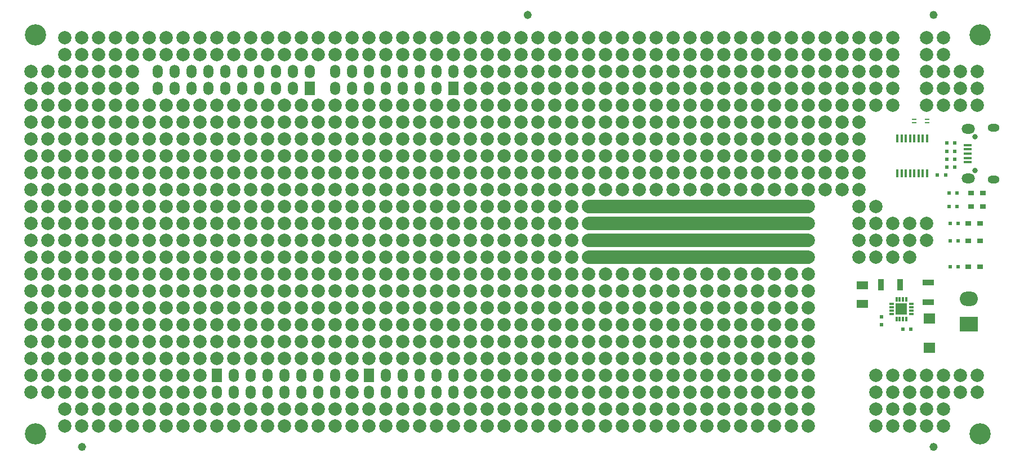
<source format=gts>
G04 #@! TF.FileFunction,Soldermask,Top*
%FSLAX46Y46*%
G04 Gerber Fmt 4.6, Leading zero omitted, Abs format (unit mm)*
G04 Created by KiCad (PCBNEW 4.0.2-stable) date Domenica 28 Maggio 2017 19:12:34*
%MOMM*%
G01*
G04 APERTURE LIST*
%ADD10C,0.100000*%
%ADD11C,2.000000*%
%ADD12C,0.500000*%
%ADD13C,0.300000*%
%ADD14C,2.000000*%
%ADD15R,1.700000X1.600000*%
%ADD16R,0.600000X0.500000*%
%ADD17R,0.500000X0.600000*%
%ADD18R,1.300000X0.450000*%
%ADD19C,0.800000*%
%ADD20O,2.000000X1.450000*%
%ADD21O,1.800000X1.150000*%
%ADD22R,2.700000X2.200000*%
%ADD23O,2.700000X2.200000*%
%ADD24R,0.900000X0.800000*%
%ADD25R,0.900000X1.700000*%
%ADD26R,1.700000X0.900000*%
%ADD27O,1.524000X2.000000*%
%ADD28R,1.524000X2.000000*%
%ADD29R,0.400000X1.200000*%
%ADD30C,3.200000*%
%ADD31R,1.800000X1.300000*%
%ADD32R,0.750000X0.250000*%
%ADD33R,0.750000X0.300000*%
%ADD34R,0.300000X0.750000*%
%ADD35R,1.700000X1.700000*%
%ADD36C,0.500000*%
G04 APERTURE END LIST*
D10*
D11*
X137160000Y-91440000D02*
X170180000Y-91440000D01*
X137160000Y-88900000D02*
X170180000Y-88900000D01*
X137160000Y-86360000D02*
X170180000Y-86360000D01*
X137160000Y-83820000D02*
X170180000Y-83820000D01*
D12*
X61360555Y-120000000D02*
G75*
G03X61360555Y-120000000I-360555J0D01*
G01*
D13*
X61141421Y-120000000D02*
G75*
G03X61141421Y-120000000I-141421J0D01*
G01*
D12*
X128360555Y-55000000D02*
G75*
G03X128360555Y-55000000I-360555J0D01*
G01*
D13*
X128141421Y-55000000D02*
G75*
G03X128141421Y-55000000I-141421J0D01*
G01*
D12*
X189360555Y-120000000D02*
G75*
G03X189360555Y-120000000I-360555J0D01*
G01*
D13*
X189141421Y-120000000D02*
G75*
G03X189141421Y-120000000I-141421J0D01*
G01*
D12*
X189360555Y-55000000D02*
G75*
G03X189360555Y-55000000I-360555J0D01*
G01*
D13*
X189141421Y-55000000D02*
G75*
G03X189141421Y-55000000I-141421J0D01*
G01*
D14*
X53340000Y-106680000D03*
X53340000Y-104140000D03*
X53340000Y-101600000D03*
X53340000Y-111760000D03*
X53340000Y-109220000D03*
X53340000Y-99060000D03*
X53340000Y-93980000D03*
X53340000Y-96520000D03*
X55880000Y-104140000D03*
X55880000Y-106680000D03*
X55880000Y-93980000D03*
X55880000Y-99060000D03*
X55880000Y-96520000D03*
X55880000Y-101600000D03*
X55880000Y-109220000D03*
X55880000Y-111760000D03*
X53340000Y-88900000D03*
X53340000Y-91440000D03*
X53340000Y-81280000D03*
X53340000Y-78740000D03*
X53340000Y-76200000D03*
X53340000Y-86360000D03*
X53340000Y-83820000D03*
X53340000Y-73660000D03*
X53340000Y-68580000D03*
X53340000Y-71120000D03*
X55880000Y-78740000D03*
X55880000Y-81280000D03*
X55880000Y-68580000D03*
X55880000Y-73660000D03*
X55880000Y-71120000D03*
X55880000Y-76200000D03*
X55880000Y-88900000D03*
X55880000Y-83820000D03*
X55880000Y-86360000D03*
X55880000Y-91440000D03*
X53340000Y-66040000D03*
X55880000Y-66040000D03*
X63500000Y-66040000D03*
X60960000Y-60960000D03*
X58420000Y-63500000D03*
X63500000Y-60960000D03*
X60960000Y-63500000D03*
X63500000Y-63500000D03*
X53340000Y-63500000D03*
X55880000Y-63500000D03*
X58420000Y-58420000D03*
X58420000Y-60960000D03*
X58420000Y-66040000D03*
X60960000Y-66040000D03*
X63500000Y-58420000D03*
X60960000Y-58420000D03*
X68580000Y-63500000D03*
X68580000Y-60960000D03*
X68580000Y-66040000D03*
X66040000Y-66040000D03*
X66040000Y-63500000D03*
X68580000Y-58420000D03*
X66040000Y-60960000D03*
X66040000Y-58420000D03*
X68580000Y-68580000D03*
X60960000Y-68580000D03*
X63500000Y-68580000D03*
X66040000Y-68580000D03*
X60960000Y-78740000D03*
X63500000Y-76200000D03*
X63500000Y-78740000D03*
X66040000Y-76200000D03*
X58420000Y-78740000D03*
X58420000Y-73660000D03*
X58420000Y-76200000D03*
X58420000Y-68580000D03*
X58420000Y-71120000D03*
X60960000Y-71120000D03*
X63500000Y-71120000D03*
X66040000Y-71120000D03*
X66040000Y-73660000D03*
X63500000Y-73660000D03*
X68580000Y-76200000D03*
X68580000Y-73660000D03*
X68580000Y-71120000D03*
X68580000Y-78740000D03*
X66040000Y-81280000D03*
X66040000Y-78740000D03*
X60960000Y-76200000D03*
X60960000Y-73660000D03*
X58420000Y-83820000D03*
X60960000Y-83820000D03*
X68580000Y-81280000D03*
X68580000Y-83820000D03*
X60960000Y-81280000D03*
X58420000Y-81280000D03*
X63500000Y-81280000D03*
X66040000Y-83820000D03*
X63500000Y-83820000D03*
X60960000Y-86360000D03*
X58420000Y-86360000D03*
X58420000Y-88900000D03*
X58420000Y-91440000D03*
X60960000Y-91440000D03*
X63500000Y-86360000D03*
X60960000Y-88900000D03*
X63500000Y-88900000D03*
X63500000Y-91440000D03*
X66040000Y-86360000D03*
X68580000Y-88900000D03*
X66040000Y-91440000D03*
X66040000Y-88900000D03*
X68580000Y-86360000D03*
X68580000Y-91440000D03*
X68580000Y-93980000D03*
X60960000Y-93980000D03*
X63500000Y-93980000D03*
X66040000Y-93980000D03*
X60960000Y-104140000D03*
X63500000Y-101600000D03*
X63500000Y-104140000D03*
X66040000Y-101600000D03*
X58420000Y-104140000D03*
X58420000Y-99060000D03*
X58420000Y-101600000D03*
X58420000Y-93980000D03*
X58420000Y-96520000D03*
X60960000Y-96520000D03*
X63500000Y-96520000D03*
X66040000Y-96520000D03*
X66040000Y-99060000D03*
X63500000Y-99060000D03*
X68580000Y-101600000D03*
X68580000Y-99060000D03*
X68580000Y-96520000D03*
X68580000Y-104140000D03*
X66040000Y-106680000D03*
X66040000Y-104140000D03*
X60960000Y-101600000D03*
X60960000Y-99060000D03*
X58420000Y-109220000D03*
X60960000Y-109220000D03*
X68580000Y-106680000D03*
X68580000Y-109220000D03*
X60960000Y-106680000D03*
X58420000Y-106680000D03*
X63500000Y-106680000D03*
X66040000Y-109220000D03*
X63500000Y-109220000D03*
X60960000Y-111760000D03*
X58420000Y-111760000D03*
X58420000Y-114300000D03*
X58420000Y-116840000D03*
X60960000Y-116840000D03*
X63500000Y-111760000D03*
X60960000Y-114300000D03*
X63500000Y-114300000D03*
X63500000Y-116840000D03*
X66040000Y-111760000D03*
X68580000Y-114300000D03*
X66040000Y-116840000D03*
X66040000Y-114300000D03*
X68580000Y-111760000D03*
X68580000Y-116840000D03*
X180340000Y-91440000D03*
X182880000Y-91440000D03*
X185420000Y-91440000D03*
X177800000Y-91440000D03*
X193040000Y-63500000D03*
X195580000Y-68580000D03*
X193040000Y-66040000D03*
X195580000Y-66040000D03*
X193040000Y-68580000D03*
X195580000Y-63500000D03*
X187960000Y-58420000D03*
X190500000Y-58420000D03*
X187960000Y-60960000D03*
X190500000Y-60960000D03*
X187960000Y-63500000D03*
X190500000Y-68580000D03*
X187960000Y-66040000D03*
X190500000Y-66040000D03*
X187960000Y-68580000D03*
X190500000Y-63500000D03*
X180340000Y-60960000D03*
X180340000Y-63500000D03*
X182880000Y-63500000D03*
X182880000Y-58420000D03*
X180340000Y-58420000D03*
X182880000Y-60960000D03*
X180340000Y-66040000D03*
X182880000Y-68580000D03*
X182880000Y-66040000D03*
X180340000Y-68580000D03*
X172720000Y-58420000D03*
X172720000Y-60960000D03*
X177800000Y-58420000D03*
X175260000Y-60960000D03*
X177800000Y-60960000D03*
X175260000Y-58420000D03*
X175260000Y-63500000D03*
X172720000Y-63500000D03*
X177800000Y-63500000D03*
X175260000Y-66040000D03*
X177800000Y-68580000D03*
X175260000Y-68580000D03*
X177800000Y-66040000D03*
X172720000Y-66040000D03*
X177800000Y-71120000D03*
X172720000Y-71120000D03*
X172720000Y-68580000D03*
X175260000Y-71120000D03*
X177800000Y-73660000D03*
X175260000Y-76200000D03*
X172720000Y-76200000D03*
X172720000Y-73660000D03*
X175260000Y-73660000D03*
X177800000Y-76200000D03*
X177800000Y-78740000D03*
X175260000Y-78740000D03*
X172720000Y-78740000D03*
X177800000Y-81280000D03*
X185420000Y-86360000D03*
X185420000Y-88900000D03*
X177800000Y-86360000D03*
X175260000Y-81280000D03*
X182880000Y-88900000D03*
X180340000Y-83820000D03*
X180340000Y-86360000D03*
X177800000Y-88900000D03*
X177800000Y-83820000D03*
X180340000Y-88900000D03*
X182880000Y-86360000D03*
X172720000Y-81280000D03*
X190500000Y-114300000D03*
X187960000Y-116840000D03*
X190500000Y-116840000D03*
X185420000Y-116840000D03*
X182880000Y-114300000D03*
X182880000Y-109220000D03*
X180340000Y-116840000D03*
X180340000Y-114300000D03*
X180340000Y-111760000D03*
X182880000Y-116840000D03*
X180340000Y-109220000D03*
X182880000Y-111760000D03*
X185420000Y-114300000D03*
X187960000Y-111760000D03*
X185420000Y-111760000D03*
X190500000Y-111760000D03*
X187960000Y-114300000D03*
X185420000Y-109220000D03*
X187960000Y-109220000D03*
X190500000Y-109220000D03*
X195580000Y-111760000D03*
X193040000Y-111760000D03*
X195580000Y-109220000D03*
X193040000Y-109220000D03*
X132080000Y-109220000D03*
X127000000Y-114300000D03*
X127000000Y-111760000D03*
X127000000Y-109220000D03*
X129540000Y-109220000D03*
X134620000Y-116840000D03*
X127000000Y-116840000D03*
X134620000Y-114300000D03*
X134620000Y-111760000D03*
X134620000Y-109220000D03*
X121920000Y-116840000D03*
X119380000Y-116840000D03*
X124460000Y-116840000D03*
X124460000Y-114300000D03*
X119380000Y-114300000D03*
X121920000Y-114300000D03*
X132080000Y-111760000D03*
X129540000Y-111760000D03*
X129540000Y-116840000D03*
X132080000Y-114300000D03*
X132080000Y-116840000D03*
X129540000Y-114300000D03*
X162560000Y-109220000D03*
X162560000Y-111760000D03*
X165100000Y-109220000D03*
X165100000Y-111760000D03*
X157480000Y-109220000D03*
X160020000Y-109220000D03*
X154940000Y-109220000D03*
X157480000Y-116840000D03*
X157480000Y-111760000D03*
X152400000Y-116840000D03*
X152400000Y-114300000D03*
X154940000Y-111760000D03*
X154940000Y-114300000D03*
X154940000Y-116840000D03*
X157480000Y-114300000D03*
X165100000Y-116840000D03*
X165100000Y-114300000D03*
X160020000Y-111760000D03*
X162560000Y-114300000D03*
X162560000Y-116840000D03*
X160020000Y-114300000D03*
X160020000Y-116840000D03*
X149860000Y-116840000D03*
X147320000Y-116840000D03*
X149860000Y-114300000D03*
X144780000Y-114300000D03*
X144780000Y-116840000D03*
X147320000Y-114300000D03*
X147320000Y-111760000D03*
X142240000Y-116840000D03*
X142240000Y-114300000D03*
X142240000Y-111760000D03*
X144780000Y-111760000D03*
X139700000Y-116840000D03*
X137160000Y-111760000D03*
X137160000Y-114300000D03*
X137160000Y-116840000D03*
X139700000Y-111760000D03*
X139700000Y-114300000D03*
X149860000Y-111760000D03*
X152400000Y-111760000D03*
X152400000Y-109220000D03*
X149860000Y-109220000D03*
X137160000Y-109220000D03*
X147320000Y-109220000D03*
X139700000Y-109220000D03*
X142240000Y-109220000D03*
X144780000Y-109220000D03*
X119380000Y-109220000D03*
X119380000Y-111760000D03*
X121920000Y-111760000D03*
X124460000Y-111760000D03*
X124460000Y-109220000D03*
X121920000Y-109220000D03*
X167640000Y-116840000D03*
X170180000Y-111760000D03*
X170180000Y-114300000D03*
X170180000Y-116840000D03*
X167640000Y-111760000D03*
X167640000Y-114300000D03*
X167640000Y-109220000D03*
X170180000Y-109220000D03*
X132080000Y-66040000D03*
X160020000Y-60960000D03*
X160020000Y-63500000D03*
X162560000Y-60960000D03*
X162560000Y-63500000D03*
X160020000Y-58420000D03*
X154940000Y-66040000D03*
X152400000Y-66040000D03*
X152400000Y-63500000D03*
X154940000Y-63500000D03*
X157480000Y-63500000D03*
X157480000Y-60960000D03*
X157480000Y-58420000D03*
X152400000Y-60960000D03*
X152400000Y-58420000D03*
X154940000Y-58420000D03*
X154940000Y-60960000D03*
X165100000Y-66040000D03*
X165100000Y-63500000D03*
X165100000Y-60960000D03*
X165100000Y-58420000D03*
X162560000Y-58420000D03*
X162560000Y-66040000D03*
X160020000Y-66040000D03*
X157480000Y-66040000D03*
X147320000Y-66040000D03*
X149860000Y-66040000D03*
X142240000Y-66040000D03*
X144780000Y-66040000D03*
X142240000Y-63500000D03*
X142240000Y-60960000D03*
X142240000Y-58420000D03*
X144780000Y-58420000D03*
X144780000Y-60960000D03*
X144780000Y-63500000D03*
X137160000Y-66040000D03*
X139700000Y-66040000D03*
X139700000Y-63500000D03*
X139700000Y-58420000D03*
X137160000Y-58420000D03*
X137160000Y-60960000D03*
X137160000Y-63500000D03*
X139700000Y-60960000D03*
X149860000Y-63500000D03*
X149860000Y-58420000D03*
X147320000Y-58420000D03*
X147320000Y-60960000D03*
X147320000Y-63500000D03*
X149860000Y-60960000D03*
X134620000Y-66040000D03*
X121920000Y-60960000D03*
X119380000Y-58420000D03*
X119380000Y-60960000D03*
X124460000Y-60960000D03*
X124460000Y-58420000D03*
X121920000Y-58420000D03*
X121920000Y-66040000D03*
X119380000Y-63500000D03*
X119380000Y-66040000D03*
X124460000Y-66040000D03*
X124460000Y-63500000D03*
X121920000Y-63500000D03*
X134620000Y-63500000D03*
X134620000Y-58420000D03*
X132080000Y-58420000D03*
X132080000Y-60960000D03*
X132080000Y-63500000D03*
X134620000Y-60960000D03*
X127000000Y-66040000D03*
X129540000Y-63500000D03*
X129540000Y-66040000D03*
X127000000Y-63500000D03*
X127000000Y-60960000D03*
X127000000Y-58420000D03*
X129540000Y-58420000D03*
X129540000Y-60960000D03*
X167640000Y-63500000D03*
X167640000Y-58420000D03*
X170180000Y-58420000D03*
X170180000Y-60960000D03*
X170180000Y-63500000D03*
X167640000Y-60960000D03*
X167640000Y-66040000D03*
X170180000Y-66040000D03*
X101600000Y-111760000D03*
X101600000Y-109220000D03*
D15*
X188400000Y-105100000D03*
X188400000Y-100700000D03*
D14*
X116840000Y-106680000D03*
X116840000Y-104140000D03*
X116840000Y-101600000D03*
X116840000Y-99060000D03*
X116840000Y-96520000D03*
X116840000Y-93980000D03*
X116840000Y-91440000D03*
X116840000Y-88900000D03*
X116840000Y-86360000D03*
X116840000Y-83820000D03*
X116840000Y-81280000D03*
X116840000Y-78740000D03*
X116840000Y-76200000D03*
X116840000Y-73660000D03*
X116840000Y-71120000D03*
X116840000Y-68580000D03*
D16*
X192700000Y-92900000D03*
X191500000Y-92900000D03*
X191300000Y-83800000D03*
X192500000Y-83800000D03*
X192500000Y-81800000D03*
X191300000Y-81800000D03*
D17*
X181200000Y-101600000D03*
X181200000Y-100400000D03*
D16*
X191500000Y-86400000D03*
X192700000Y-86400000D03*
X192700000Y-89000000D03*
X191500000Y-89000000D03*
X191000000Y-75500000D03*
X192200000Y-75500000D03*
X192200000Y-76700000D03*
X191000000Y-76700000D03*
D18*
X194150000Y-75870000D03*
D19*
X195250000Y-78370000D03*
X195250000Y-73370000D03*
D18*
X194150000Y-76520000D03*
X194150000Y-75220000D03*
X194150000Y-74570000D03*
X194150000Y-77170000D03*
D20*
X194200000Y-72145000D03*
X194200000Y-79595000D03*
D21*
X198025000Y-79745000D03*
X198025000Y-71995000D03*
D22*
X194310000Y-101525000D03*
D23*
X194310000Y-97715000D03*
D24*
X196400000Y-83800000D03*
X194600000Y-83800000D03*
X196400000Y-81800000D03*
X194600000Y-81800000D03*
X194200000Y-92900000D03*
X196000000Y-92900000D03*
X194200000Y-86400000D03*
X196000000Y-86400000D03*
X194200000Y-89000000D03*
X196000000Y-89000000D03*
D25*
X181100000Y-95600000D03*
X184000000Y-95600000D03*
D16*
X189600000Y-79100000D03*
X190800000Y-79100000D03*
X185600000Y-102300000D03*
X184400000Y-102300000D03*
X192200000Y-74300000D03*
X191000000Y-74300000D03*
D26*
X188200000Y-98200000D03*
X188200000Y-95300000D03*
D16*
X192200000Y-77900000D03*
X191000000Y-77900000D03*
D27*
X116840000Y-111760000D03*
X116840000Y-109220000D03*
X114300000Y-111760000D03*
X114300000Y-109220000D03*
X111760000Y-111760000D03*
X111760000Y-109220000D03*
X109220000Y-111760000D03*
X109220000Y-109220000D03*
X106680000Y-111760000D03*
X106680000Y-109220000D03*
X104140000Y-111760000D03*
D28*
X104140000Y-109220000D03*
D27*
X99060000Y-111760000D03*
X99060000Y-109220000D03*
X96520000Y-111760000D03*
X96520000Y-109220000D03*
X93980000Y-111760000D03*
X93980000Y-109220000D03*
X91440000Y-111760000D03*
X91440000Y-109220000D03*
X88900000Y-111760000D03*
X88900000Y-109220000D03*
X86360000Y-111760000D03*
X86360000Y-109220000D03*
X83820000Y-111760000D03*
X83820000Y-109220000D03*
X81280000Y-111760000D03*
D28*
X81280000Y-109220000D03*
D27*
X116840000Y-63500000D03*
D28*
X116840000Y-66040000D03*
D27*
X114300000Y-63500000D03*
X114300000Y-66040000D03*
X111760000Y-63500000D03*
X111760000Y-66040000D03*
X109220000Y-63500000D03*
X109220000Y-66040000D03*
X106680000Y-63500000D03*
X106680000Y-66040000D03*
X104140000Y-63500000D03*
X104140000Y-66040000D03*
X101600000Y-63500000D03*
X101600000Y-66040000D03*
X99060000Y-63500000D03*
X99060000Y-66040000D03*
D28*
X95250000Y-66040000D03*
D27*
X95250000Y-63500000D03*
X92710000Y-66040000D03*
X92710000Y-63500000D03*
X90170000Y-66040000D03*
X90170000Y-63500000D03*
X87630000Y-66040000D03*
X87630000Y-63500000D03*
X85090000Y-66040000D03*
X85090000Y-63500000D03*
X82550000Y-66040000D03*
X82550000Y-63500000D03*
X80010000Y-66040000D03*
X80010000Y-63500000D03*
X77470000Y-66040000D03*
X77470000Y-63500000D03*
X74930000Y-66040000D03*
X74930000Y-63500000D03*
X72390000Y-66040000D03*
X72390000Y-63500000D03*
D14*
X114300000Y-68580000D03*
X114300000Y-71120000D03*
X114300000Y-73660000D03*
X114300000Y-76200000D03*
X114300000Y-78740000D03*
X114300000Y-81280000D03*
X114300000Y-83820000D03*
X114300000Y-86360000D03*
X114300000Y-88900000D03*
X114300000Y-91440000D03*
X114300000Y-93980000D03*
X114300000Y-96520000D03*
X114300000Y-99060000D03*
X114300000Y-101600000D03*
X114300000Y-104140000D03*
X114300000Y-106680000D03*
X109220000Y-106680000D03*
X109220000Y-104140000D03*
X109220000Y-101600000D03*
X109220000Y-99060000D03*
X109220000Y-96520000D03*
X109220000Y-93980000D03*
X109220000Y-91440000D03*
X109220000Y-88900000D03*
X109220000Y-86360000D03*
X109220000Y-83820000D03*
X109220000Y-81280000D03*
X109220000Y-78740000D03*
X109220000Y-76200000D03*
X109220000Y-73660000D03*
X109220000Y-71120000D03*
X109220000Y-68580000D03*
X111760000Y-68580000D03*
X111760000Y-71120000D03*
X111760000Y-73660000D03*
X111760000Y-76200000D03*
X111760000Y-78740000D03*
X111760000Y-81280000D03*
X111760000Y-83820000D03*
X111760000Y-86360000D03*
X111760000Y-88900000D03*
X111760000Y-91440000D03*
X111760000Y-93980000D03*
X111760000Y-96520000D03*
X111760000Y-99060000D03*
X111760000Y-101600000D03*
X111760000Y-104140000D03*
X111760000Y-106680000D03*
X101600000Y-106680000D03*
X101600000Y-104140000D03*
X101600000Y-101600000D03*
X101600000Y-99060000D03*
X101600000Y-96520000D03*
X101600000Y-93980000D03*
X101600000Y-91440000D03*
X101600000Y-88900000D03*
X101600000Y-86360000D03*
X101600000Y-83820000D03*
X101600000Y-81280000D03*
X101600000Y-78740000D03*
X101600000Y-76200000D03*
X101600000Y-73660000D03*
X101600000Y-71120000D03*
X101600000Y-68580000D03*
X99060000Y-68580000D03*
X99060000Y-71120000D03*
X99060000Y-73660000D03*
X99060000Y-76200000D03*
X99060000Y-78740000D03*
X99060000Y-81280000D03*
X99060000Y-83820000D03*
X99060000Y-86360000D03*
X99060000Y-88900000D03*
X99060000Y-91440000D03*
X99060000Y-93980000D03*
X99060000Y-96520000D03*
X99060000Y-99060000D03*
X99060000Y-101600000D03*
X99060000Y-104140000D03*
X99060000Y-106680000D03*
X104140000Y-106680000D03*
X104140000Y-104140000D03*
X104140000Y-101600000D03*
X104140000Y-99060000D03*
X104140000Y-96520000D03*
X104140000Y-93980000D03*
X104140000Y-91440000D03*
X104140000Y-88900000D03*
X104140000Y-86360000D03*
X104140000Y-83820000D03*
X104140000Y-81280000D03*
X104140000Y-78740000D03*
X104140000Y-76200000D03*
X104140000Y-73660000D03*
X104140000Y-71120000D03*
X104140000Y-68580000D03*
X106680000Y-68580000D03*
X106680000Y-71120000D03*
X106680000Y-73660000D03*
X106680000Y-76200000D03*
X106680000Y-78740000D03*
X106680000Y-81280000D03*
X106680000Y-83820000D03*
X106680000Y-86360000D03*
X106680000Y-88900000D03*
X106680000Y-91440000D03*
X106680000Y-93980000D03*
X106680000Y-96520000D03*
X106680000Y-99060000D03*
X106680000Y-101600000D03*
X106680000Y-104140000D03*
X106680000Y-106680000D03*
X86360000Y-106680000D03*
X86360000Y-104140000D03*
X86360000Y-101600000D03*
X86360000Y-99060000D03*
X86360000Y-96520000D03*
X86360000Y-93980000D03*
X86360000Y-91440000D03*
X86360000Y-88900000D03*
X86360000Y-86360000D03*
X86360000Y-83820000D03*
X86360000Y-81280000D03*
X86360000Y-78740000D03*
X86360000Y-76200000D03*
X86360000Y-73660000D03*
X86360000Y-71120000D03*
X86360000Y-68580000D03*
X83820000Y-68580000D03*
X83820000Y-71120000D03*
X83820000Y-73660000D03*
X83820000Y-76200000D03*
X83820000Y-78740000D03*
X83820000Y-81280000D03*
X83820000Y-83820000D03*
X83820000Y-86360000D03*
X83820000Y-88900000D03*
X83820000Y-91440000D03*
X83820000Y-93980000D03*
X83820000Y-96520000D03*
X83820000Y-99060000D03*
X83820000Y-101600000D03*
X83820000Y-104140000D03*
X83820000Y-106680000D03*
X78740000Y-106680000D03*
X78740000Y-104140000D03*
X78740000Y-101600000D03*
X78740000Y-99060000D03*
X78740000Y-96520000D03*
X78740000Y-93980000D03*
X78740000Y-91440000D03*
X78740000Y-88900000D03*
X78740000Y-86360000D03*
X78740000Y-83820000D03*
X78740000Y-81280000D03*
X78740000Y-78740000D03*
X78740000Y-76200000D03*
X78740000Y-73660000D03*
X78740000Y-71120000D03*
X78740000Y-68580000D03*
X81280000Y-68580000D03*
X81280000Y-71120000D03*
X81280000Y-73660000D03*
X81280000Y-76200000D03*
X81280000Y-78740000D03*
X81280000Y-81280000D03*
X81280000Y-83820000D03*
X81280000Y-86360000D03*
X81280000Y-88900000D03*
X81280000Y-91440000D03*
X81280000Y-93980000D03*
X81280000Y-96520000D03*
X81280000Y-99060000D03*
X81280000Y-101600000D03*
X81280000Y-104140000D03*
X81280000Y-106680000D03*
X91440000Y-106680000D03*
X91440000Y-104140000D03*
X91440000Y-101600000D03*
X91440000Y-99060000D03*
X91440000Y-96520000D03*
X91440000Y-93980000D03*
X91440000Y-91440000D03*
X91440000Y-88900000D03*
X91440000Y-86360000D03*
X91440000Y-83820000D03*
X91440000Y-81280000D03*
X91440000Y-78740000D03*
X91440000Y-76200000D03*
X91440000Y-73660000D03*
X91440000Y-71120000D03*
X91440000Y-68580000D03*
X88900000Y-68580000D03*
X88900000Y-71120000D03*
X88900000Y-73660000D03*
X88900000Y-76200000D03*
X88900000Y-78740000D03*
X88900000Y-81280000D03*
X88900000Y-83820000D03*
X88900000Y-86360000D03*
X88900000Y-88900000D03*
X88900000Y-91440000D03*
X88900000Y-93980000D03*
X88900000Y-96520000D03*
X88900000Y-99060000D03*
X88900000Y-101600000D03*
X88900000Y-104140000D03*
X88900000Y-106680000D03*
X93980000Y-106680000D03*
X93980000Y-104140000D03*
X93980000Y-101600000D03*
X93980000Y-99060000D03*
X93980000Y-96520000D03*
X93980000Y-93980000D03*
X93980000Y-91440000D03*
X93980000Y-88900000D03*
X93980000Y-86360000D03*
X93980000Y-83820000D03*
X93980000Y-81280000D03*
X93980000Y-78740000D03*
X93980000Y-76200000D03*
X93980000Y-73660000D03*
X93980000Y-71120000D03*
X93980000Y-68580000D03*
X96520000Y-68580000D03*
X96520000Y-71120000D03*
X96520000Y-73660000D03*
X96520000Y-76200000D03*
X96520000Y-78740000D03*
X96520000Y-81280000D03*
X96520000Y-83820000D03*
X96520000Y-86360000D03*
X96520000Y-88900000D03*
X96520000Y-91440000D03*
X96520000Y-93980000D03*
X96520000Y-96520000D03*
X96520000Y-99060000D03*
X96520000Y-101600000D03*
X96520000Y-104140000D03*
X96520000Y-106680000D03*
X73660000Y-106680000D03*
X73660000Y-104140000D03*
X73660000Y-101600000D03*
X73660000Y-99060000D03*
X73660000Y-96520000D03*
X73660000Y-93980000D03*
X73660000Y-91440000D03*
X73660000Y-88900000D03*
X73660000Y-86360000D03*
X73660000Y-83820000D03*
X73660000Y-81280000D03*
X73660000Y-78740000D03*
X73660000Y-76200000D03*
X73660000Y-73660000D03*
X73660000Y-71120000D03*
X73660000Y-68580000D03*
X71120000Y-68580000D03*
X71120000Y-71120000D03*
X71120000Y-73660000D03*
X71120000Y-76200000D03*
X71120000Y-78740000D03*
X71120000Y-81280000D03*
X71120000Y-83820000D03*
X71120000Y-86360000D03*
X71120000Y-88900000D03*
X71120000Y-91440000D03*
X71120000Y-93980000D03*
X71120000Y-96520000D03*
X71120000Y-99060000D03*
X71120000Y-101600000D03*
X71120000Y-104140000D03*
X71120000Y-106680000D03*
X76200000Y-106680000D03*
X76200000Y-104140000D03*
X76200000Y-101600000D03*
X76200000Y-99060000D03*
X76200000Y-96520000D03*
X76200000Y-93980000D03*
X76200000Y-91440000D03*
X76200000Y-88900000D03*
X76200000Y-86360000D03*
X76200000Y-83820000D03*
X76200000Y-81280000D03*
X76200000Y-78740000D03*
X76200000Y-76200000D03*
X76200000Y-73660000D03*
X76200000Y-71120000D03*
X76200000Y-68580000D03*
X76200000Y-109220000D03*
X76200000Y-111760000D03*
X76200000Y-114300000D03*
X76200000Y-116840000D03*
X71120000Y-116840000D03*
X71120000Y-114300000D03*
X71120000Y-111760000D03*
X71120000Y-109220000D03*
X73660000Y-109220000D03*
X73660000Y-111760000D03*
X73660000Y-114300000D03*
X73660000Y-116840000D03*
X78740000Y-109220000D03*
X78740000Y-111760000D03*
X78740000Y-114300000D03*
X78740000Y-116840000D03*
X96520000Y-116840000D03*
X96520000Y-114300000D03*
X93980000Y-114300000D03*
X93980000Y-116840000D03*
X88900000Y-116840000D03*
X88900000Y-114300000D03*
X91440000Y-114300000D03*
X91440000Y-116840000D03*
X81280000Y-116840000D03*
X81280000Y-114300000D03*
X83820000Y-116840000D03*
X83820000Y-114300000D03*
X86360000Y-114300000D03*
X86360000Y-116840000D03*
X106680000Y-116840000D03*
X106680000Y-114300000D03*
X104140000Y-114300000D03*
X104140000Y-116840000D03*
X99060000Y-116840000D03*
X99060000Y-114300000D03*
X101600000Y-114300000D03*
X101600000Y-116840000D03*
X111760000Y-116840000D03*
X111760000Y-114300000D03*
X109220000Y-114300000D03*
X109220000Y-116840000D03*
X114300000Y-116840000D03*
X114300000Y-114300000D03*
X116840000Y-114300000D03*
X116840000Y-116840000D03*
X124460000Y-68580000D03*
X124460000Y-71120000D03*
X124460000Y-73660000D03*
X124460000Y-76200000D03*
X124460000Y-78740000D03*
X124460000Y-81280000D03*
X124460000Y-83820000D03*
X124460000Y-86360000D03*
X124460000Y-88900000D03*
X124460000Y-91440000D03*
X124460000Y-93980000D03*
X124460000Y-96520000D03*
X124460000Y-99060000D03*
X124460000Y-101600000D03*
X124460000Y-104140000D03*
X124460000Y-106680000D03*
X119380000Y-106680000D03*
X119380000Y-104140000D03*
X119380000Y-101600000D03*
X119380000Y-99060000D03*
X119380000Y-96520000D03*
X119380000Y-93980000D03*
X119380000Y-91440000D03*
X119380000Y-88900000D03*
X119380000Y-86360000D03*
X119380000Y-83820000D03*
X119380000Y-81280000D03*
X119380000Y-78740000D03*
X119380000Y-76200000D03*
X119380000Y-73660000D03*
X119380000Y-71120000D03*
X119380000Y-68580000D03*
X121920000Y-68580000D03*
X121920000Y-71120000D03*
X121920000Y-73660000D03*
X121920000Y-76200000D03*
X121920000Y-78740000D03*
X121920000Y-81280000D03*
X121920000Y-83820000D03*
X121920000Y-86360000D03*
X121920000Y-88900000D03*
X121920000Y-91440000D03*
X121920000Y-93980000D03*
X121920000Y-96520000D03*
X121920000Y-99060000D03*
X121920000Y-101600000D03*
X121920000Y-104140000D03*
X121920000Y-106680000D03*
X144780000Y-106680000D03*
X144780000Y-104140000D03*
X144780000Y-101600000D03*
X144780000Y-99060000D03*
X144780000Y-96520000D03*
X144780000Y-93980000D03*
X144780000Y-91440000D03*
X144780000Y-88900000D03*
X144780000Y-86360000D03*
X144780000Y-83820000D03*
X144780000Y-81280000D03*
X144780000Y-78740000D03*
X144780000Y-76200000D03*
X144780000Y-73660000D03*
X144780000Y-71120000D03*
X144780000Y-68580000D03*
X142240000Y-68580000D03*
X142240000Y-71120000D03*
X142240000Y-73660000D03*
X142240000Y-76200000D03*
X142240000Y-78740000D03*
X142240000Y-81280000D03*
X142240000Y-83820000D03*
X142240000Y-86360000D03*
X142240000Y-88900000D03*
X142240000Y-91440000D03*
X142240000Y-93980000D03*
X142240000Y-96520000D03*
X142240000Y-99060000D03*
X142240000Y-101600000D03*
X142240000Y-104140000D03*
X142240000Y-106680000D03*
X137160000Y-106680000D03*
X137160000Y-104140000D03*
X137160000Y-101600000D03*
X137160000Y-99060000D03*
X137160000Y-96520000D03*
X137160000Y-93980000D03*
X137160000Y-91440000D03*
X137160000Y-88900000D03*
X137160000Y-86360000D03*
X137160000Y-83820000D03*
X137160000Y-81280000D03*
X137160000Y-78740000D03*
X137160000Y-76200000D03*
X137160000Y-73660000D03*
X137160000Y-71120000D03*
X137160000Y-68580000D03*
X139700000Y-68580000D03*
X139700000Y-71120000D03*
X139700000Y-73660000D03*
X139700000Y-76200000D03*
X139700000Y-78740000D03*
X139700000Y-81280000D03*
X139700000Y-83820000D03*
X139700000Y-86360000D03*
X139700000Y-88900000D03*
X139700000Y-91440000D03*
X139700000Y-93980000D03*
X139700000Y-96520000D03*
X139700000Y-99060000D03*
X139700000Y-101600000D03*
X139700000Y-104140000D03*
X139700000Y-106680000D03*
X129540000Y-106680000D03*
X129540000Y-104140000D03*
X129540000Y-101600000D03*
X129540000Y-99060000D03*
X129540000Y-96520000D03*
X129540000Y-93980000D03*
X129540000Y-91440000D03*
X129540000Y-88900000D03*
X129540000Y-86360000D03*
X129540000Y-83820000D03*
X129540000Y-81280000D03*
X129540000Y-78740000D03*
X129540000Y-76200000D03*
X129540000Y-73660000D03*
X129540000Y-71120000D03*
X129540000Y-68580000D03*
X127000000Y-68580000D03*
X127000000Y-71120000D03*
X127000000Y-73660000D03*
X127000000Y-76200000D03*
X127000000Y-78740000D03*
X127000000Y-81280000D03*
X127000000Y-83820000D03*
X127000000Y-86360000D03*
X127000000Y-88900000D03*
X127000000Y-91440000D03*
X127000000Y-93980000D03*
X127000000Y-96520000D03*
X127000000Y-99060000D03*
X127000000Y-101600000D03*
X127000000Y-104140000D03*
X127000000Y-106680000D03*
X132080000Y-106680000D03*
X132080000Y-104140000D03*
X132080000Y-101600000D03*
X132080000Y-99060000D03*
X132080000Y-96520000D03*
X132080000Y-93980000D03*
X132080000Y-91440000D03*
X132080000Y-88900000D03*
X132080000Y-86360000D03*
X132080000Y-83820000D03*
X132080000Y-81280000D03*
X132080000Y-78740000D03*
X132080000Y-76200000D03*
X132080000Y-73660000D03*
X132080000Y-71120000D03*
X132080000Y-68580000D03*
X134620000Y-68580000D03*
X134620000Y-71120000D03*
X134620000Y-73660000D03*
X134620000Y-76200000D03*
X134620000Y-78740000D03*
X134620000Y-81280000D03*
X134620000Y-83820000D03*
X134620000Y-86360000D03*
X134620000Y-88900000D03*
X134620000Y-91440000D03*
X134620000Y-93980000D03*
X134620000Y-96520000D03*
X134620000Y-99060000D03*
X134620000Y-101600000D03*
X134620000Y-104140000D03*
X134620000Y-106680000D03*
X154940000Y-106680000D03*
X154940000Y-104140000D03*
X154940000Y-101600000D03*
X154940000Y-99060000D03*
X154940000Y-96520000D03*
X154940000Y-93980000D03*
X154940000Y-91440000D03*
X154940000Y-88900000D03*
X154940000Y-86360000D03*
X154940000Y-83820000D03*
X154940000Y-81280000D03*
X154940000Y-78740000D03*
X154940000Y-76200000D03*
X154940000Y-73660000D03*
X154940000Y-71120000D03*
X154940000Y-68580000D03*
X152400000Y-68580000D03*
X152400000Y-71120000D03*
X152400000Y-73660000D03*
X152400000Y-76200000D03*
X152400000Y-78740000D03*
X152400000Y-81280000D03*
X152400000Y-83820000D03*
X152400000Y-86360000D03*
X152400000Y-88900000D03*
X152400000Y-91440000D03*
X152400000Y-93980000D03*
X152400000Y-96520000D03*
X152400000Y-99060000D03*
X152400000Y-101600000D03*
X152400000Y-104140000D03*
X152400000Y-106680000D03*
X147320000Y-106680000D03*
X147320000Y-104140000D03*
X147320000Y-101600000D03*
X147320000Y-99060000D03*
X147320000Y-96520000D03*
X147320000Y-93980000D03*
X147320000Y-91440000D03*
X147320000Y-88900000D03*
X147320000Y-86360000D03*
X147320000Y-83820000D03*
X147320000Y-81280000D03*
X147320000Y-78740000D03*
X147320000Y-76200000D03*
X147320000Y-73660000D03*
X147320000Y-71120000D03*
X147320000Y-68580000D03*
X149860000Y-68580000D03*
X149860000Y-71120000D03*
X149860000Y-73660000D03*
X149860000Y-76200000D03*
X149860000Y-78740000D03*
X149860000Y-81280000D03*
X149860000Y-83820000D03*
X149860000Y-86360000D03*
X149860000Y-88900000D03*
X149860000Y-91440000D03*
X149860000Y-93980000D03*
X149860000Y-96520000D03*
X149860000Y-99060000D03*
X149860000Y-101600000D03*
X149860000Y-104140000D03*
X149860000Y-106680000D03*
X160020000Y-106680000D03*
X160020000Y-104140000D03*
X160020000Y-101600000D03*
X160020000Y-99060000D03*
X160020000Y-96520000D03*
X160020000Y-93980000D03*
X160020000Y-91440000D03*
X160020000Y-88900000D03*
X160020000Y-86360000D03*
X160020000Y-83820000D03*
X160020000Y-81280000D03*
X160020000Y-78740000D03*
X160020000Y-76200000D03*
X160020000Y-73660000D03*
X160020000Y-71120000D03*
X160020000Y-68580000D03*
X157480000Y-68580000D03*
X157480000Y-71120000D03*
X157480000Y-73660000D03*
X157480000Y-76200000D03*
X157480000Y-78740000D03*
X157480000Y-81280000D03*
X157480000Y-83820000D03*
X157480000Y-86360000D03*
X157480000Y-88900000D03*
X157480000Y-91440000D03*
X157480000Y-93980000D03*
X157480000Y-96520000D03*
X157480000Y-99060000D03*
X157480000Y-101600000D03*
X157480000Y-104140000D03*
X157480000Y-106680000D03*
X162560000Y-106680000D03*
X162560000Y-104140000D03*
X162560000Y-101600000D03*
X162560000Y-99060000D03*
X162560000Y-96520000D03*
X162560000Y-93980000D03*
X162560000Y-91440000D03*
X162560000Y-88900000D03*
X162560000Y-86360000D03*
X162560000Y-83820000D03*
X162560000Y-81280000D03*
X162560000Y-78740000D03*
X162560000Y-76200000D03*
X162560000Y-73660000D03*
X162560000Y-71120000D03*
X162560000Y-68580000D03*
X165100000Y-68580000D03*
X165100000Y-71120000D03*
X165100000Y-73660000D03*
X165100000Y-76200000D03*
X165100000Y-78740000D03*
X165100000Y-81280000D03*
X165100000Y-83820000D03*
X165100000Y-86360000D03*
X165100000Y-88900000D03*
X165100000Y-91440000D03*
X165100000Y-93980000D03*
X165100000Y-96520000D03*
X165100000Y-99060000D03*
X165100000Y-101600000D03*
X165100000Y-104140000D03*
X165100000Y-106680000D03*
X170180000Y-106680000D03*
X170180000Y-104140000D03*
X170180000Y-101600000D03*
X170180000Y-99060000D03*
X170180000Y-96520000D03*
X170180000Y-93980000D03*
X170180000Y-91440000D03*
X170180000Y-88900000D03*
X170180000Y-86360000D03*
X170180000Y-83820000D03*
X170180000Y-81280000D03*
X170180000Y-78740000D03*
X170180000Y-76200000D03*
X170180000Y-73660000D03*
X170180000Y-71120000D03*
X170180000Y-68580000D03*
X167640000Y-68580000D03*
X167640000Y-71120000D03*
X167640000Y-73660000D03*
X167640000Y-76200000D03*
X167640000Y-78740000D03*
X167640000Y-81280000D03*
X167640000Y-83820000D03*
X167640000Y-86360000D03*
X167640000Y-88900000D03*
X167640000Y-91440000D03*
X167640000Y-93980000D03*
X167640000Y-96520000D03*
X167640000Y-99060000D03*
X167640000Y-101600000D03*
X167640000Y-104140000D03*
X167640000Y-106680000D03*
X76200000Y-58420000D03*
X76200000Y-60960000D03*
X71120000Y-60960000D03*
X71120000Y-58420000D03*
X73660000Y-58420000D03*
X73660000Y-60960000D03*
X96520000Y-60960000D03*
X96520000Y-58420000D03*
X93980000Y-58420000D03*
X93980000Y-60960000D03*
X88900000Y-60960000D03*
X88900000Y-58420000D03*
X91440000Y-58420000D03*
X91440000Y-60960000D03*
X81280000Y-60960000D03*
X81280000Y-58420000D03*
X78740000Y-58420000D03*
X78740000Y-60960000D03*
X83820000Y-60960000D03*
X83820000Y-58420000D03*
X86360000Y-58420000D03*
X86360000Y-60960000D03*
X106680000Y-60960000D03*
X106680000Y-58420000D03*
X104140000Y-58420000D03*
X104140000Y-60960000D03*
X99060000Y-60960000D03*
X99060000Y-58420000D03*
X101600000Y-58420000D03*
X101600000Y-60960000D03*
X111760000Y-60960000D03*
X111760000Y-58420000D03*
X109220000Y-58420000D03*
X109220000Y-60960000D03*
X114300000Y-60960000D03*
X114300000Y-58420000D03*
X116840000Y-58420000D03*
X116840000Y-60960000D03*
D29*
X188022500Y-73600000D03*
X187387500Y-73600000D03*
X186752500Y-73600000D03*
X186117500Y-73600000D03*
X185482500Y-73600000D03*
X184847500Y-73600000D03*
X184212500Y-73600000D03*
X183577500Y-73600000D03*
X183577500Y-78800000D03*
X184212500Y-78800000D03*
X184847500Y-78800000D03*
X185482500Y-78800000D03*
X186117500Y-78800000D03*
X186752500Y-78800000D03*
X187387500Y-78800000D03*
X188022500Y-78800000D03*
D30*
X196000000Y-58000000D03*
X196000000Y-118000000D03*
X54000000Y-118000000D03*
X54000000Y-58000000D03*
D31*
X178300000Y-98500000D03*
X178300000Y-95700000D03*
D32*
X188000000Y-71200000D03*
X188000000Y-70700000D03*
X186130000Y-71200000D03*
X186130000Y-70700000D03*
D14*
X187960000Y-88900000D03*
X187960000Y-86360000D03*
D33*
X182700000Y-98500000D03*
X182700000Y-99000000D03*
X182700000Y-99500000D03*
X182700000Y-100000000D03*
D34*
X183425000Y-100725000D03*
X183925000Y-100725000D03*
X184425000Y-100725000D03*
X184925000Y-100725000D03*
D33*
X185650000Y-100000000D03*
X185650000Y-99500000D03*
X185650000Y-99000000D03*
X185650000Y-98500000D03*
D34*
X184925000Y-97775000D03*
X184425000Y-97775000D03*
X183925000Y-97775000D03*
X183425000Y-97775000D03*
D35*
X184175000Y-99250000D03*
D36*
X184175000Y-99250000D03*
X184775000Y-98650000D03*
X183575000Y-99850000D03*
X183575000Y-98650000D03*
X184775000Y-99850000D03*
M02*

</source>
